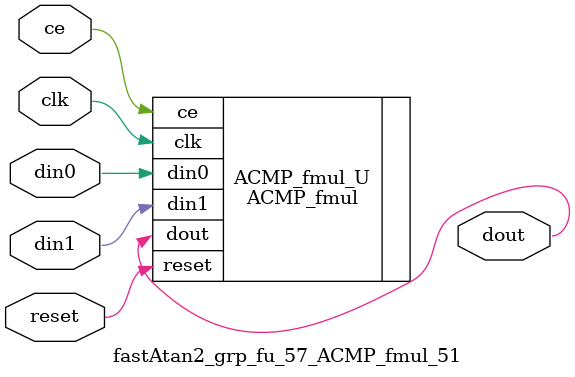
<source format=v>

`timescale 1 ns / 1 ps
module fastAtan2_grp_fu_57_ACMP_fmul_51(
    clk,
    reset,
    ce,
    din0,
    din1,
    dout);

parameter ID = 32'd1;
parameter NUM_STAGE = 32'd1;
parameter din0_WIDTH = 32'd1;
parameter din1_WIDTH = 32'd1;
parameter dout_WIDTH = 32'd1;
input clk;
input reset;
input ce;
input[din0_WIDTH - 1:0] din0;
input[din1_WIDTH - 1:0] din1;
output[dout_WIDTH - 1:0] dout;



ACMP_fmul #(
.ID( ID ),
.NUM_STAGE( 4 ),
.din0_WIDTH( din0_WIDTH ),
.din1_WIDTH( din1_WIDTH ),
.dout_WIDTH( dout_WIDTH ))
ACMP_fmul_U(
    .clk( clk ),
    .reset( reset ),
    .ce( ce ),
    .din0( din0 ),
    .din1( din1 ),
    .dout( dout ));

endmodule

</source>
